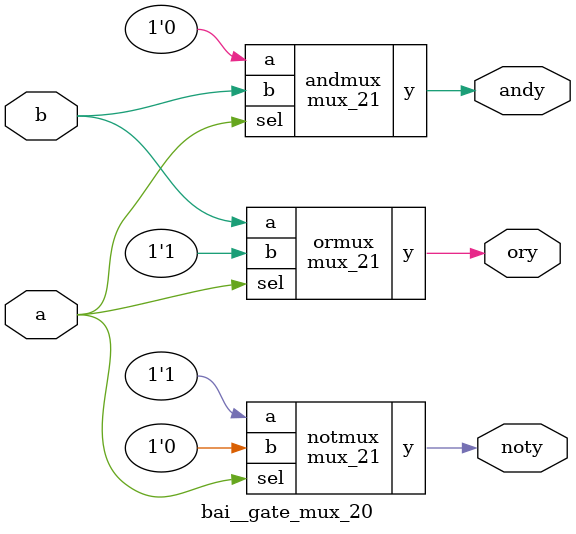
<source format=v>
`timescale 1ns / 1ps

module mux_21(input a,b,sel,output y);
assign y=sel?b:a;
endmodule

module bai__gate_mux_20(input a,b,output noty,andy,ory);
mux_21 notmux(1'b1,1'b0,a,noty);
mux_21 andmux(1'b0,b,a,andy);
 mux_21 ormux(b,1'b1,a,ory);

endmodule

</source>
